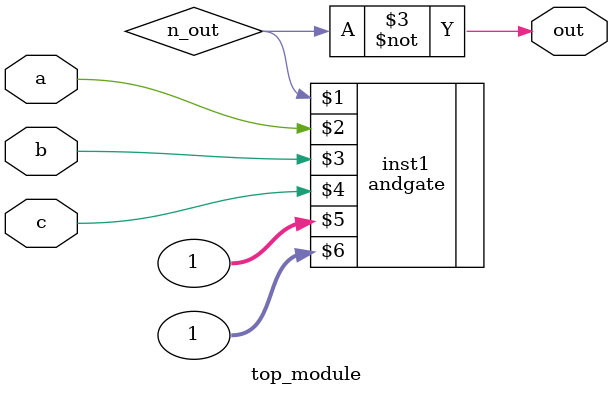
<source format=v>
module top_module (input a, input b, input c, output out);//

    wire n_out;
    andgate inst1(n_out , a , b , c , 1 , 1);

    assign out = ~n_out;
endmodule
</source>
